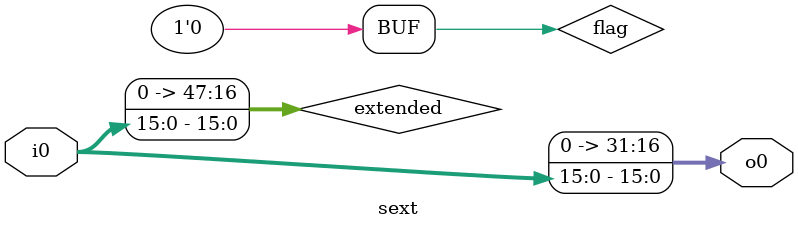
<source format=v>

`timescale 1 ns / 10 ps

module sext (i0, o0);

   // synopsys template
   parameter inwidth  = 16;
   parameter outwidth = 32;
   parameter signedflag  = 1'b0;

   input   [inwidth-1:0] i0;          // data in
   wire    [inwidth-1:0] i0;

   output [outwidth-1:0] o0;          // sign extended data out
   wire   [outwidth-1:0] o0;


   // coverage off
   // pragma coverage off
   // VCS coverage off
   // synopsys translate_off
   initial begin
      if (inwidth > outwidth) begin
         $display ("ERROR::::");
         $display ("mc_log:  ERROR:  inwidth (%d) > outwidth (%d) in %m.  Stopping simulation", inwidth, outwidth);
         $display ("END ERROR");
         $finish;
      end
   end
   // synopsys translate_on
   // VCS coverage on
   // pragma coverage on
   // coverage on

   wire flag = signedflag;
   wire [inwidth+outwidth-1:0] extended;
   assign extended = {{(outwidth){flag & i0[inwidth-1]}}, i0};
   assign o0 = extended[outwidth-1:0];

endmodule

</source>
